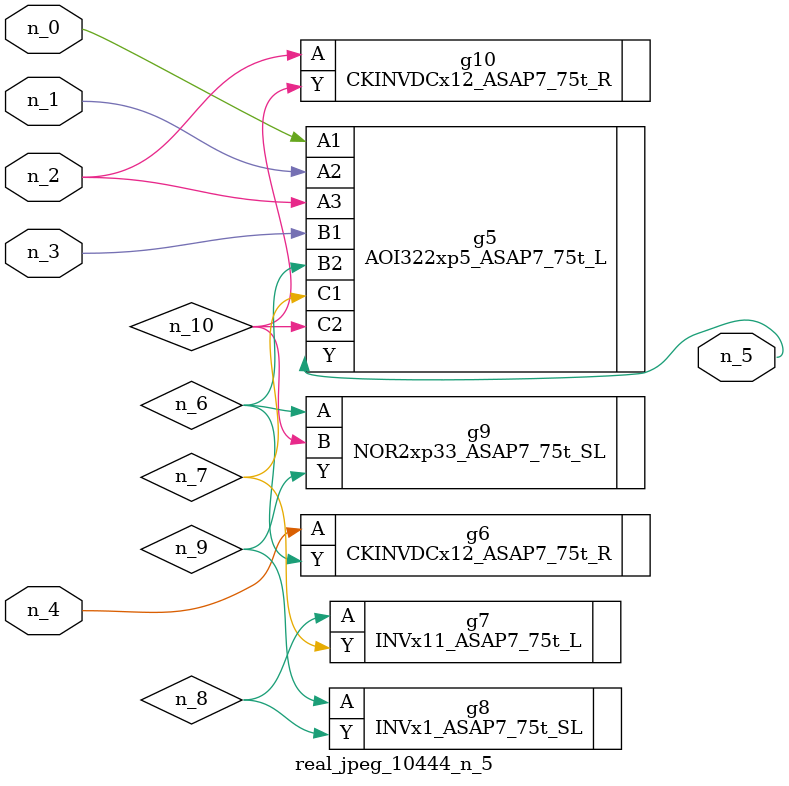
<source format=v>
module real_jpeg_10444_n_5 (n_4, n_0, n_1, n_2, n_3, n_5);

input n_4;
input n_0;
input n_1;
input n_2;
input n_3;

output n_5;

wire n_8;
wire n_6;
wire n_7;
wire n_10;
wire n_9;

AOI322xp5_ASAP7_75t_L g5 ( 
.A1(n_0),
.A2(n_1),
.A3(n_2),
.B1(n_3),
.B2(n_6),
.C1(n_7),
.C2(n_10),
.Y(n_5)
);

CKINVDCx12_ASAP7_75t_R g10 ( 
.A(n_2),
.Y(n_10)
);

CKINVDCx12_ASAP7_75t_R g6 ( 
.A(n_4),
.Y(n_6)
);

NOR2xp33_ASAP7_75t_SL g9 ( 
.A(n_6),
.B(n_10),
.Y(n_9)
);

INVx11_ASAP7_75t_L g7 ( 
.A(n_8),
.Y(n_7)
);

INVx1_ASAP7_75t_SL g8 ( 
.A(n_9),
.Y(n_8)
);


endmodule
</source>
